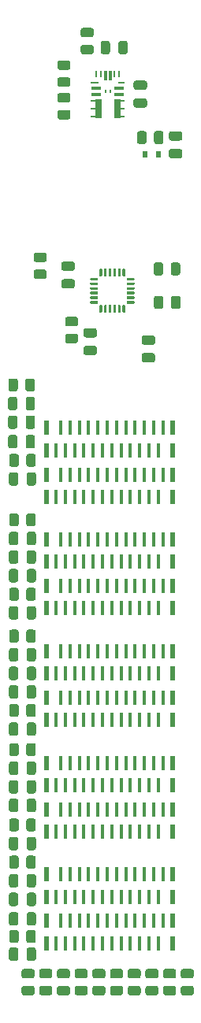
<source format=gbr>
G04 #@! TF.GenerationSoftware,KiCad,Pcbnew,(5.1.9)-1*
G04 #@! TF.CreationDate,2021-02-24T14:06:18-05:00*
G04 #@! TF.ProjectId,feather_multi_oled,66656174-6865-4725-9f6d-756c74695f6f,0.1a*
G04 #@! TF.SameCoordinates,Original*
G04 #@! TF.FileFunction,Paste,Top*
G04 #@! TF.FilePolarity,Positive*
%FSLAX46Y46*%
G04 Gerber Fmt 4.6, Leading zero omitted, Abs format (unit mm)*
G04 Created by KiCad (PCBNEW (5.1.9)-1) date 2021-02-24 14:06:18*
%MOMM*%
%LPD*%
G01*
G04 APERTURE LIST*
%ADD10R,0.609600X1.600200*%
%ADD11R,0.406400X1.600200*%
%ADD12R,0.812800X0.254000*%
%ADD13R,1.092200X0.304800*%
%ADD14R,0.508000X0.254000*%
%ADD15R,0.711200X0.254000*%
%ADD16R,0.254000X0.711200*%
%ADD17R,0.304800X1.092200*%
%ADD18R,0.254000X0.406400*%
%ADD19R,0.700000X2.000000*%
%ADD20R,0.600000X0.700000*%
G04 APERTURE END LIST*
D10*
X115516000Y-108524800D03*
X102003200Y-108524800D03*
X115516000Y-110912400D03*
X102003200Y-110912400D03*
D11*
X102993800Y-110912400D03*
X103501800Y-108524800D03*
X104009800Y-110912400D03*
X104492400Y-108524800D03*
X105000400Y-110912400D03*
X105508400Y-108524800D03*
X105991000Y-110912400D03*
X106499000Y-108524800D03*
X107007000Y-110912400D03*
X107489600Y-108524800D03*
X107997600Y-110912400D03*
X108505600Y-108524800D03*
X108988200Y-110912400D03*
X109496200Y-108524800D03*
X110004200Y-110912400D03*
X110512200Y-108524800D03*
X110994800Y-110912400D03*
X111502800Y-108524800D03*
X112010800Y-110912400D03*
X112493400Y-108524800D03*
X113001400Y-110912400D03*
X113509400Y-108524800D03*
X113992000Y-110912400D03*
X114500000Y-108524800D03*
D10*
X115516000Y-103524800D03*
X102003200Y-103524800D03*
X115516000Y-105912400D03*
X102003200Y-105912400D03*
D11*
X102993800Y-105912400D03*
X103501800Y-103524800D03*
X104009800Y-105912400D03*
X104492400Y-103524800D03*
X105000400Y-105912400D03*
X105508400Y-103524800D03*
X105991000Y-105912400D03*
X106499000Y-103524800D03*
X107007000Y-105912400D03*
X107489600Y-103524800D03*
X107997600Y-105912400D03*
X108505600Y-103524800D03*
X108988200Y-105912400D03*
X109496200Y-103524800D03*
X110004200Y-105912400D03*
X110512200Y-103524800D03*
X110994800Y-105912400D03*
X111502800Y-103524800D03*
X112010800Y-105912400D03*
X112493400Y-103524800D03*
X113001400Y-105912400D03*
X113509400Y-103524800D03*
X113992000Y-105912400D03*
X114500000Y-103524800D03*
D10*
X115516000Y-115524800D03*
X102003200Y-115524800D03*
X115516000Y-117912400D03*
X102003200Y-117912400D03*
D11*
X102993800Y-117912400D03*
X103501800Y-115524800D03*
X104009800Y-117912400D03*
X104492400Y-115524800D03*
X105000400Y-117912400D03*
X105508400Y-115524800D03*
X105991000Y-117912400D03*
X106499000Y-115524800D03*
X107007000Y-117912400D03*
X107489600Y-115524800D03*
X107997600Y-117912400D03*
X108505600Y-115524800D03*
X108988200Y-117912400D03*
X109496200Y-115524800D03*
X110004200Y-117912400D03*
X110512200Y-115524800D03*
X110994800Y-117912400D03*
X111502800Y-115524800D03*
X112010800Y-117912400D03*
X112493400Y-115524800D03*
X113001400Y-117912400D03*
X113509400Y-115524800D03*
X113992000Y-117912400D03*
X114500000Y-115524800D03*
D10*
X115516000Y-127524800D03*
X102003200Y-127524800D03*
X115516000Y-129912400D03*
X102003200Y-129912400D03*
D11*
X102993800Y-129912400D03*
X103501800Y-127524800D03*
X104009800Y-129912400D03*
X104492400Y-127524800D03*
X105000400Y-129912400D03*
X105508400Y-127524800D03*
X105991000Y-129912400D03*
X106499000Y-127524800D03*
X107007000Y-129912400D03*
X107489600Y-127524800D03*
X107997600Y-129912400D03*
X108505600Y-127524800D03*
X108988200Y-129912400D03*
X109496200Y-127524800D03*
X110004200Y-129912400D03*
X110512200Y-127524800D03*
X110994800Y-129912400D03*
X111502800Y-127524800D03*
X112010800Y-129912400D03*
X112493400Y-127524800D03*
X113001400Y-129912400D03*
X113509400Y-127524800D03*
X113992000Y-129912400D03*
X114500000Y-127524800D03*
D10*
X115516000Y-120524800D03*
X102003200Y-120524800D03*
X115516000Y-122912400D03*
X102003200Y-122912400D03*
D11*
X102993800Y-122912400D03*
X103501800Y-120524800D03*
X104009800Y-122912400D03*
X104492400Y-120524800D03*
X105000400Y-122912400D03*
X105508400Y-120524800D03*
X105991000Y-122912400D03*
X106499000Y-120524800D03*
X107007000Y-122912400D03*
X107489600Y-120524800D03*
X107997600Y-122912400D03*
X108505600Y-120524800D03*
X108988200Y-122912400D03*
X109496200Y-120524800D03*
X110004200Y-122912400D03*
X110512200Y-120524800D03*
X110994800Y-122912400D03*
X111502800Y-120524800D03*
X112010800Y-122912400D03*
X112493400Y-120524800D03*
X113001400Y-122912400D03*
X113509400Y-120524800D03*
X113992000Y-122912400D03*
X114500000Y-120524800D03*
D10*
X115516000Y-132524800D03*
X102003200Y-132524800D03*
X115516000Y-134912400D03*
X102003200Y-134912400D03*
D11*
X102993800Y-134912400D03*
X103501800Y-132524800D03*
X104009800Y-134912400D03*
X104492400Y-132524800D03*
X105000400Y-134912400D03*
X105508400Y-132524800D03*
X105991000Y-134912400D03*
X106499000Y-132524800D03*
X107007000Y-134912400D03*
X107489600Y-132524800D03*
X107997600Y-134912400D03*
X108505600Y-132524800D03*
X108988200Y-134912400D03*
X109496200Y-132524800D03*
X110004200Y-134912400D03*
X110512200Y-132524800D03*
X110994800Y-134912400D03*
X111502800Y-132524800D03*
X112010800Y-134912400D03*
X112493400Y-132524800D03*
X113001400Y-134912400D03*
X113509400Y-132524800D03*
X113992000Y-134912400D03*
X114500000Y-132524800D03*
D10*
X115516000Y-139524800D03*
X102003200Y-139524800D03*
X115516000Y-141912400D03*
X102003200Y-141912400D03*
D11*
X102993800Y-141912400D03*
X103501800Y-139524800D03*
X104009800Y-141912400D03*
X104492400Y-139524800D03*
X105000400Y-141912400D03*
X105508400Y-139524800D03*
X105991000Y-141912400D03*
X106499000Y-139524800D03*
X107007000Y-141912400D03*
X107489600Y-139524800D03*
X107997600Y-141912400D03*
X108505600Y-139524800D03*
X108988200Y-141912400D03*
X109496200Y-139524800D03*
X110004200Y-141912400D03*
X110512200Y-139524800D03*
X110994800Y-141912400D03*
X111502800Y-139524800D03*
X112010800Y-141912400D03*
X112493400Y-139524800D03*
X113001400Y-141912400D03*
X113509400Y-139524800D03*
X113992000Y-141912400D03*
X114500000Y-139524800D03*
D10*
X115516000Y-144524800D03*
X102003200Y-144524800D03*
X115516000Y-146912400D03*
X102003200Y-146912400D03*
D11*
X102993800Y-146912400D03*
X103501800Y-144524800D03*
X104009800Y-146912400D03*
X104492400Y-144524800D03*
X105000400Y-146912400D03*
X105508400Y-144524800D03*
X105991000Y-146912400D03*
X106499000Y-144524800D03*
X107007000Y-146912400D03*
X107489600Y-144524800D03*
X107997600Y-146912400D03*
X108505600Y-144524800D03*
X108988200Y-146912400D03*
X109496200Y-144524800D03*
X110004200Y-146912400D03*
X110512200Y-144524800D03*
X110994800Y-146912400D03*
X111502800Y-144524800D03*
X112010800Y-146912400D03*
X112493400Y-144524800D03*
X113001400Y-146912400D03*
X113509400Y-144524800D03*
X113992000Y-146912400D03*
X114500000Y-144524800D03*
D10*
X115516000Y-151524800D03*
X102003200Y-151524800D03*
X115516000Y-153912400D03*
X102003200Y-153912400D03*
D11*
X102993800Y-153912400D03*
X103501800Y-151524800D03*
X104009800Y-153912400D03*
X104492400Y-151524800D03*
X105000400Y-153912400D03*
X105508400Y-151524800D03*
X105991000Y-153912400D03*
X106499000Y-151524800D03*
X107007000Y-153912400D03*
X107489600Y-151524800D03*
X107997600Y-153912400D03*
X108505600Y-151524800D03*
X108988200Y-153912400D03*
X109496200Y-151524800D03*
X110004200Y-153912400D03*
X110512200Y-151524800D03*
X110994800Y-153912400D03*
X111502800Y-151524800D03*
X112010800Y-153912400D03*
X112493400Y-151524800D03*
X113001400Y-153912400D03*
X113509400Y-151524800D03*
X113992000Y-153912400D03*
X114500000Y-151524800D03*
D10*
X115516000Y-156524800D03*
X102003200Y-156524800D03*
X115516000Y-158912400D03*
X102003200Y-158912400D03*
D11*
X102993800Y-158912400D03*
X103501800Y-156524800D03*
X104009800Y-158912400D03*
X104492400Y-156524800D03*
X105000400Y-158912400D03*
X105508400Y-156524800D03*
X105991000Y-158912400D03*
X106499000Y-156524800D03*
X107007000Y-158912400D03*
X107489600Y-156524800D03*
X107997600Y-158912400D03*
X108505600Y-156524800D03*
X108988200Y-158912400D03*
X109496200Y-156524800D03*
X110004200Y-158912400D03*
X110512200Y-156524800D03*
X110994800Y-158912400D03*
X111502800Y-156524800D03*
X112010800Y-158912400D03*
X112493400Y-156524800D03*
X113001400Y-158912400D03*
X113509400Y-156524800D03*
X113992000Y-158912400D03*
X114500000Y-156524800D03*
D12*
X107156000Y-66375000D03*
D13*
X107296000Y-67024999D03*
X107296000Y-67675000D03*
D14*
X107004000Y-68325000D03*
X107004000Y-69175001D03*
X107004000Y-70025000D03*
X110096000Y-70025000D03*
X110096000Y-69175001D03*
X110096000Y-68325000D03*
D13*
X109804000Y-67675000D03*
X109804000Y-67024999D03*
D15*
X109994000Y-66375000D03*
D16*
X109800000Y-65481000D03*
X109300001Y-65481000D03*
D17*
X108800000Y-65671000D03*
X108300000Y-65671000D03*
D16*
X107799999Y-65481000D03*
X107300000Y-65481000D03*
D18*
X108300000Y-67350000D03*
X108800000Y-67350000D03*
D19*
X107534000Y-69195000D03*
X109566000Y-69195000D03*
G36*
G01*
X109700000Y-63100000D02*
X109700000Y-62150000D01*
G75*
G02*
X109950000Y-61900000I250000J0D01*
G01*
X110450000Y-61900000D01*
G75*
G02*
X110700000Y-62150000I0J-250000D01*
G01*
X110700000Y-63100000D01*
G75*
G02*
X110450000Y-63350000I-250000J0D01*
G01*
X109950000Y-63350000D01*
G75*
G02*
X109700000Y-63100000I0J250000D01*
G01*
G37*
G36*
G01*
X107800000Y-63100000D02*
X107800000Y-62150000D01*
G75*
G02*
X108050000Y-61900000I250000J0D01*
G01*
X108550000Y-61900000D01*
G75*
G02*
X108800000Y-62150000I0J-250000D01*
G01*
X108800000Y-63100000D01*
G75*
G02*
X108550000Y-63350000I-250000J0D01*
G01*
X108050000Y-63350000D01*
G75*
G02*
X107800000Y-63100000I0J250000D01*
G01*
G37*
G36*
G01*
X112525000Y-69075000D02*
X111575000Y-69075000D01*
G75*
G02*
X111325000Y-68825000I0J250000D01*
G01*
X111325000Y-68325000D01*
G75*
G02*
X111575000Y-68075000I250000J0D01*
G01*
X112525000Y-68075000D01*
G75*
G02*
X112775000Y-68325000I0J-250000D01*
G01*
X112775000Y-68825000D01*
G75*
G02*
X112525000Y-69075000I-250000J0D01*
G01*
G37*
G36*
G01*
X112525000Y-67175000D02*
X111575000Y-67175000D01*
G75*
G02*
X111325000Y-66925000I0J250000D01*
G01*
X111325000Y-66425000D01*
G75*
G02*
X111575000Y-66175000I250000J0D01*
G01*
X112525000Y-66175000D01*
G75*
G02*
X112775000Y-66425000I0J-250000D01*
G01*
X112775000Y-66925000D01*
G75*
G02*
X112525000Y-67175000I-250000J0D01*
G01*
G37*
G36*
G01*
X115375000Y-71625000D02*
X116325000Y-71625000D01*
G75*
G02*
X116575000Y-71875000I0J-250000D01*
G01*
X116575000Y-72375000D01*
G75*
G02*
X116325000Y-72625000I-250000J0D01*
G01*
X115375000Y-72625000D01*
G75*
G02*
X115125000Y-72375000I0J250000D01*
G01*
X115125000Y-71875000D01*
G75*
G02*
X115375000Y-71625000I250000J0D01*
G01*
G37*
G36*
G01*
X115375000Y-73525000D02*
X116325000Y-73525000D01*
G75*
G02*
X116575000Y-73775000I0J-250000D01*
G01*
X116575000Y-74275000D01*
G75*
G02*
X116325000Y-74525000I-250000J0D01*
G01*
X115375000Y-74525000D01*
G75*
G02*
X115125000Y-74275000I0J250000D01*
G01*
X115125000Y-73775000D01*
G75*
G02*
X115375000Y-73525000I250000J0D01*
G01*
G37*
G36*
G01*
X98850000Y-104525000D02*
X98850000Y-105475000D01*
G75*
G02*
X98600000Y-105725000I-250000J0D01*
G01*
X98100000Y-105725000D01*
G75*
G02*
X97850000Y-105475000I0J250000D01*
G01*
X97850000Y-104525000D01*
G75*
G02*
X98100000Y-104275000I250000J0D01*
G01*
X98600000Y-104275000D01*
G75*
G02*
X98850000Y-104525000I0J-250000D01*
G01*
G37*
G36*
G01*
X100750000Y-104525000D02*
X100750000Y-105475000D01*
G75*
G02*
X100500000Y-105725000I-250000J0D01*
G01*
X100000000Y-105725000D01*
G75*
G02*
X99750000Y-105475000I0J250000D01*
G01*
X99750000Y-104525000D01*
G75*
G02*
X100000000Y-104275000I250000J0D01*
G01*
X100500000Y-104275000D01*
G75*
G02*
X100750000Y-104525000I0J-250000D01*
G01*
G37*
G36*
G01*
X100750000Y-102425000D02*
X100750000Y-103375000D01*
G75*
G02*
X100500000Y-103625000I-250000J0D01*
G01*
X100000000Y-103625000D01*
G75*
G02*
X99750000Y-103375000I0J250000D01*
G01*
X99750000Y-102425000D01*
G75*
G02*
X100000000Y-102175000I250000J0D01*
G01*
X100500000Y-102175000D01*
G75*
G02*
X100750000Y-102425000I0J-250000D01*
G01*
G37*
G36*
G01*
X98850000Y-102425000D02*
X98850000Y-103375000D01*
G75*
G02*
X98600000Y-103625000I-250000J0D01*
G01*
X98100000Y-103625000D01*
G75*
G02*
X97850000Y-103375000I0J250000D01*
G01*
X97850000Y-102425000D01*
G75*
G02*
X98100000Y-102175000I250000J0D01*
G01*
X98600000Y-102175000D01*
G75*
G02*
X98850000Y-102425000I0J-250000D01*
G01*
G37*
G36*
G01*
X98850000Y-100425000D02*
X98850000Y-101375000D01*
G75*
G02*
X98600000Y-101625000I-250000J0D01*
G01*
X98100000Y-101625000D01*
G75*
G02*
X97850000Y-101375000I0J250000D01*
G01*
X97850000Y-100425000D01*
G75*
G02*
X98100000Y-100175000I250000J0D01*
G01*
X98600000Y-100175000D01*
G75*
G02*
X98850000Y-100425000I0J-250000D01*
G01*
G37*
G36*
G01*
X100750000Y-100425000D02*
X100750000Y-101375000D01*
G75*
G02*
X100500000Y-101625000I-250000J0D01*
G01*
X100000000Y-101625000D01*
G75*
G02*
X99750000Y-101375000I0J250000D01*
G01*
X99750000Y-100425000D01*
G75*
G02*
X100000000Y-100175000I250000J0D01*
G01*
X100500000Y-100175000D01*
G75*
G02*
X100750000Y-100425000I0J-250000D01*
G01*
G37*
G36*
G01*
X100850000Y-108525000D02*
X100850000Y-109475000D01*
G75*
G02*
X100600000Y-109725000I-250000J0D01*
G01*
X100100000Y-109725000D01*
G75*
G02*
X99850000Y-109475000I0J250000D01*
G01*
X99850000Y-108525000D01*
G75*
G02*
X100100000Y-108275000I250000J0D01*
G01*
X100600000Y-108275000D01*
G75*
G02*
X100850000Y-108525000I0J-250000D01*
G01*
G37*
G36*
G01*
X98950000Y-108525000D02*
X98950000Y-109475000D01*
G75*
G02*
X98700000Y-109725000I-250000J0D01*
G01*
X98200000Y-109725000D01*
G75*
G02*
X97950000Y-109475000I0J250000D01*
G01*
X97950000Y-108525000D01*
G75*
G02*
X98200000Y-108275000I250000J0D01*
G01*
X98700000Y-108275000D01*
G75*
G02*
X98950000Y-108525000I0J-250000D01*
G01*
G37*
G36*
G01*
X98950000Y-114925000D02*
X98950000Y-115875000D01*
G75*
G02*
X98700000Y-116125000I-250000J0D01*
G01*
X98200000Y-116125000D01*
G75*
G02*
X97950000Y-115875000I0J250000D01*
G01*
X97950000Y-114925000D01*
G75*
G02*
X98200000Y-114675000I250000J0D01*
G01*
X98700000Y-114675000D01*
G75*
G02*
X98950000Y-114925000I0J-250000D01*
G01*
G37*
G36*
G01*
X100850000Y-114925000D02*
X100850000Y-115875000D01*
G75*
G02*
X100600000Y-116125000I-250000J0D01*
G01*
X100100000Y-116125000D01*
G75*
G02*
X99850000Y-115875000I0J250000D01*
G01*
X99850000Y-114925000D01*
G75*
G02*
X100100000Y-114675000I250000J0D01*
G01*
X100600000Y-114675000D01*
G75*
G02*
X100850000Y-114925000I0J-250000D01*
G01*
G37*
G36*
G01*
X100850000Y-116925000D02*
X100850000Y-117875000D01*
G75*
G02*
X100600000Y-118125000I-250000J0D01*
G01*
X100100000Y-118125000D01*
G75*
G02*
X99850000Y-117875000I0J250000D01*
G01*
X99850000Y-116925000D01*
G75*
G02*
X100100000Y-116675000I250000J0D01*
G01*
X100600000Y-116675000D01*
G75*
G02*
X100850000Y-116925000I0J-250000D01*
G01*
G37*
G36*
G01*
X98950000Y-116925000D02*
X98950000Y-117875000D01*
G75*
G02*
X98700000Y-118125000I-250000J0D01*
G01*
X98200000Y-118125000D01*
G75*
G02*
X97950000Y-117875000I0J250000D01*
G01*
X97950000Y-116925000D01*
G75*
G02*
X98200000Y-116675000I250000J0D01*
G01*
X98700000Y-116675000D01*
G75*
G02*
X98950000Y-116925000I0J-250000D01*
G01*
G37*
G36*
G01*
X98950000Y-118925000D02*
X98950000Y-119875000D01*
G75*
G02*
X98700000Y-120125000I-250000J0D01*
G01*
X98200000Y-120125000D01*
G75*
G02*
X97950000Y-119875000I0J250000D01*
G01*
X97950000Y-118925000D01*
G75*
G02*
X98200000Y-118675000I250000J0D01*
G01*
X98700000Y-118675000D01*
G75*
G02*
X98950000Y-118925000I0J-250000D01*
G01*
G37*
G36*
G01*
X100850000Y-118925000D02*
X100850000Y-119875000D01*
G75*
G02*
X100600000Y-120125000I-250000J0D01*
G01*
X100100000Y-120125000D01*
G75*
G02*
X99850000Y-119875000I0J250000D01*
G01*
X99850000Y-118925000D01*
G75*
G02*
X100100000Y-118675000I250000J0D01*
G01*
X100600000Y-118675000D01*
G75*
G02*
X100850000Y-118925000I0J-250000D01*
G01*
G37*
G36*
G01*
X98950000Y-127425000D02*
X98950000Y-128375000D01*
G75*
G02*
X98700000Y-128625000I-250000J0D01*
G01*
X98200000Y-128625000D01*
G75*
G02*
X97950000Y-128375000I0J250000D01*
G01*
X97950000Y-127425000D01*
G75*
G02*
X98200000Y-127175000I250000J0D01*
G01*
X98700000Y-127175000D01*
G75*
G02*
X98950000Y-127425000I0J-250000D01*
G01*
G37*
G36*
G01*
X100850000Y-127425000D02*
X100850000Y-128375000D01*
G75*
G02*
X100600000Y-128625000I-250000J0D01*
G01*
X100100000Y-128625000D01*
G75*
G02*
X99850000Y-128375000I0J250000D01*
G01*
X99850000Y-127425000D01*
G75*
G02*
X100100000Y-127175000I250000J0D01*
G01*
X100600000Y-127175000D01*
G75*
G02*
X100850000Y-127425000I0J-250000D01*
G01*
G37*
G36*
G01*
X100850000Y-129425000D02*
X100850000Y-130375000D01*
G75*
G02*
X100600000Y-130625000I-250000J0D01*
G01*
X100100000Y-130625000D01*
G75*
G02*
X99850000Y-130375000I0J250000D01*
G01*
X99850000Y-129425000D01*
G75*
G02*
X100100000Y-129175000I250000J0D01*
G01*
X100600000Y-129175000D01*
G75*
G02*
X100850000Y-129425000I0J-250000D01*
G01*
G37*
G36*
G01*
X98950000Y-129425000D02*
X98950000Y-130375000D01*
G75*
G02*
X98700000Y-130625000I-250000J0D01*
G01*
X98200000Y-130625000D01*
G75*
G02*
X97950000Y-130375000I0J250000D01*
G01*
X97950000Y-129425000D01*
G75*
G02*
X98200000Y-129175000I250000J0D01*
G01*
X98700000Y-129175000D01*
G75*
G02*
X98950000Y-129425000I0J-250000D01*
G01*
G37*
G36*
G01*
X98950000Y-131425000D02*
X98950000Y-132375000D01*
G75*
G02*
X98700000Y-132625000I-250000J0D01*
G01*
X98200000Y-132625000D01*
G75*
G02*
X97950000Y-132375000I0J250000D01*
G01*
X97950000Y-131425000D01*
G75*
G02*
X98200000Y-131175000I250000J0D01*
G01*
X98700000Y-131175000D01*
G75*
G02*
X98950000Y-131425000I0J-250000D01*
G01*
G37*
G36*
G01*
X100850000Y-131425000D02*
X100850000Y-132375000D01*
G75*
G02*
X100600000Y-132625000I-250000J0D01*
G01*
X100100000Y-132625000D01*
G75*
G02*
X99850000Y-132375000I0J250000D01*
G01*
X99850000Y-131425000D01*
G75*
G02*
X100100000Y-131175000I250000J0D01*
G01*
X100600000Y-131175000D01*
G75*
G02*
X100850000Y-131425000I0J-250000D01*
G01*
G37*
G36*
G01*
X100850000Y-122925000D02*
X100850000Y-123875000D01*
G75*
G02*
X100600000Y-124125000I-250000J0D01*
G01*
X100100000Y-124125000D01*
G75*
G02*
X99850000Y-123875000I0J250000D01*
G01*
X99850000Y-122925000D01*
G75*
G02*
X100100000Y-122675000I250000J0D01*
G01*
X100600000Y-122675000D01*
G75*
G02*
X100850000Y-122925000I0J-250000D01*
G01*
G37*
G36*
G01*
X98950000Y-122925000D02*
X98950000Y-123875000D01*
G75*
G02*
X98700000Y-124125000I-250000J0D01*
G01*
X98200000Y-124125000D01*
G75*
G02*
X97950000Y-123875000I0J250000D01*
G01*
X97950000Y-122925000D01*
G75*
G02*
X98200000Y-122675000I250000J0D01*
G01*
X98700000Y-122675000D01*
G75*
G02*
X98950000Y-122925000I0J-250000D01*
G01*
G37*
G36*
G01*
X100850000Y-135425000D02*
X100850000Y-136375000D01*
G75*
G02*
X100600000Y-136625000I-250000J0D01*
G01*
X100100000Y-136625000D01*
G75*
G02*
X99850000Y-136375000I0J250000D01*
G01*
X99850000Y-135425000D01*
G75*
G02*
X100100000Y-135175000I250000J0D01*
G01*
X100600000Y-135175000D01*
G75*
G02*
X100850000Y-135425000I0J-250000D01*
G01*
G37*
G36*
G01*
X98950000Y-135425000D02*
X98950000Y-136375000D01*
G75*
G02*
X98700000Y-136625000I-250000J0D01*
G01*
X98200000Y-136625000D01*
G75*
G02*
X97950000Y-136375000I0J250000D01*
G01*
X97950000Y-135425000D01*
G75*
G02*
X98200000Y-135175000I250000J0D01*
G01*
X98700000Y-135175000D01*
G75*
G02*
X98950000Y-135425000I0J-250000D01*
G01*
G37*
G36*
G01*
X98950000Y-139625000D02*
X98950000Y-140575000D01*
G75*
G02*
X98700000Y-140825000I-250000J0D01*
G01*
X98200000Y-140825000D01*
G75*
G02*
X97950000Y-140575000I0J250000D01*
G01*
X97950000Y-139625000D01*
G75*
G02*
X98200000Y-139375000I250000J0D01*
G01*
X98700000Y-139375000D01*
G75*
G02*
X98950000Y-139625000I0J-250000D01*
G01*
G37*
G36*
G01*
X100850000Y-139625000D02*
X100850000Y-140575000D01*
G75*
G02*
X100600000Y-140825000I-250000J0D01*
G01*
X100100000Y-140825000D01*
G75*
G02*
X99850000Y-140575000I0J250000D01*
G01*
X99850000Y-139625000D01*
G75*
G02*
X100100000Y-139375000I250000J0D01*
G01*
X100600000Y-139375000D01*
G75*
G02*
X100850000Y-139625000I0J-250000D01*
G01*
G37*
G36*
G01*
X100850000Y-141625000D02*
X100850000Y-142575000D01*
G75*
G02*
X100600000Y-142825000I-250000J0D01*
G01*
X100100000Y-142825000D01*
G75*
G02*
X99850000Y-142575000I0J250000D01*
G01*
X99850000Y-141625000D01*
G75*
G02*
X100100000Y-141375000I250000J0D01*
G01*
X100600000Y-141375000D01*
G75*
G02*
X100850000Y-141625000I0J-250000D01*
G01*
G37*
G36*
G01*
X98950000Y-141625000D02*
X98950000Y-142575000D01*
G75*
G02*
X98700000Y-142825000I-250000J0D01*
G01*
X98200000Y-142825000D01*
G75*
G02*
X97950000Y-142575000I0J250000D01*
G01*
X97950000Y-141625000D01*
G75*
G02*
X98200000Y-141375000I250000J0D01*
G01*
X98700000Y-141375000D01*
G75*
G02*
X98950000Y-141625000I0J-250000D01*
G01*
G37*
G36*
G01*
X98950000Y-143625000D02*
X98950000Y-144575000D01*
G75*
G02*
X98700000Y-144825000I-250000J0D01*
G01*
X98200000Y-144825000D01*
G75*
G02*
X97950000Y-144575000I0J250000D01*
G01*
X97950000Y-143625000D01*
G75*
G02*
X98200000Y-143375000I250000J0D01*
G01*
X98700000Y-143375000D01*
G75*
G02*
X98950000Y-143625000I0J-250000D01*
G01*
G37*
G36*
G01*
X100850000Y-143625000D02*
X100850000Y-144575000D01*
G75*
G02*
X100600000Y-144825000I-250000J0D01*
G01*
X100100000Y-144825000D01*
G75*
G02*
X99850000Y-144575000I0J250000D01*
G01*
X99850000Y-143625000D01*
G75*
G02*
X100100000Y-143375000I250000J0D01*
G01*
X100600000Y-143375000D01*
G75*
G02*
X100850000Y-143625000I0J-250000D01*
G01*
G37*
G36*
G01*
X100850000Y-147725000D02*
X100850000Y-148675000D01*
G75*
G02*
X100600000Y-148925000I-250000J0D01*
G01*
X100100000Y-148925000D01*
G75*
G02*
X99850000Y-148675000I0J250000D01*
G01*
X99850000Y-147725000D01*
G75*
G02*
X100100000Y-147475000I250000J0D01*
G01*
X100600000Y-147475000D01*
G75*
G02*
X100850000Y-147725000I0J-250000D01*
G01*
G37*
G36*
G01*
X98950000Y-147725000D02*
X98950000Y-148675000D01*
G75*
G02*
X98700000Y-148925000I-250000J0D01*
G01*
X98200000Y-148925000D01*
G75*
G02*
X97950000Y-148675000I0J250000D01*
G01*
X97950000Y-147725000D01*
G75*
G02*
X98200000Y-147475000I250000J0D01*
G01*
X98700000Y-147475000D01*
G75*
G02*
X98950000Y-147725000I0J-250000D01*
G01*
G37*
G36*
G01*
X100850000Y-151725000D02*
X100850000Y-152675000D01*
G75*
G02*
X100600000Y-152925000I-250000J0D01*
G01*
X100100000Y-152925000D01*
G75*
G02*
X99850000Y-152675000I0J250000D01*
G01*
X99850000Y-151725000D01*
G75*
G02*
X100100000Y-151475000I250000J0D01*
G01*
X100600000Y-151475000D01*
G75*
G02*
X100850000Y-151725000I0J-250000D01*
G01*
G37*
G36*
G01*
X98950000Y-151725000D02*
X98950000Y-152675000D01*
G75*
G02*
X98700000Y-152925000I-250000J0D01*
G01*
X98200000Y-152925000D01*
G75*
G02*
X97950000Y-152675000I0J250000D01*
G01*
X97950000Y-151725000D01*
G75*
G02*
X98200000Y-151475000I250000J0D01*
G01*
X98700000Y-151475000D01*
G75*
G02*
X98950000Y-151725000I0J-250000D01*
G01*
G37*
G36*
G01*
X98950000Y-153725000D02*
X98950000Y-154675000D01*
G75*
G02*
X98700000Y-154925000I-250000J0D01*
G01*
X98200000Y-154925000D01*
G75*
G02*
X97950000Y-154675000I0J250000D01*
G01*
X97950000Y-153725000D01*
G75*
G02*
X98200000Y-153475000I250000J0D01*
G01*
X98700000Y-153475000D01*
G75*
G02*
X98950000Y-153725000I0J-250000D01*
G01*
G37*
G36*
G01*
X100850000Y-153725000D02*
X100850000Y-154675000D01*
G75*
G02*
X100600000Y-154925000I-250000J0D01*
G01*
X100100000Y-154925000D01*
G75*
G02*
X99850000Y-154675000I0J250000D01*
G01*
X99850000Y-153725000D01*
G75*
G02*
X100100000Y-153475000I250000J0D01*
G01*
X100600000Y-153475000D01*
G75*
G02*
X100850000Y-153725000I0J-250000D01*
G01*
G37*
G36*
G01*
X100850000Y-155825000D02*
X100850000Y-156775000D01*
G75*
G02*
X100600000Y-157025000I-250000J0D01*
G01*
X100100000Y-157025000D01*
G75*
G02*
X99850000Y-156775000I0J250000D01*
G01*
X99850000Y-155825000D01*
G75*
G02*
X100100000Y-155575000I250000J0D01*
G01*
X100600000Y-155575000D01*
G75*
G02*
X100850000Y-155825000I0J-250000D01*
G01*
G37*
G36*
G01*
X98950000Y-155825000D02*
X98950000Y-156775000D01*
G75*
G02*
X98700000Y-157025000I-250000J0D01*
G01*
X98200000Y-157025000D01*
G75*
G02*
X97950000Y-156775000I0J250000D01*
G01*
X97950000Y-155825000D01*
G75*
G02*
X98200000Y-155575000I250000J0D01*
G01*
X98700000Y-155575000D01*
G75*
G02*
X98950000Y-155825000I0J-250000D01*
G01*
G37*
G36*
G01*
X100850000Y-159625000D02*
X100850000Y-160575000D01*
G75*
G02*
X100600000Y-160825000I-250000J0D01*
G01*
X100100000Y-160825000D01*
G75*
G02*
X99850000Y-160575000I0J250000D01*
G01*
X99850000Y-159625000D01*
G75*
G02*
X100100000Y-159375000I250000J0D01*
G01*
X100600000Y-159375000D01*
G75*
G02*
X100850000Y-159625000I0J-250000D01*
G01*
G37*
G36*
G01*
X98950000Y-159625000D02*
X98950000Y-160575000D01*
G75*
G02*
X98700000Y-160825000I-250000J0D01*
G01*
X98200000Y-160825000D01*
G75*
G02*
X97950000Y-160575000I0J250000D01*
G01*
X97950000Y-159625000D01*
G75*
G02*
X98200000Y-159375000I250000J0D01*
G01*
X98700000Y-159375000D01*
G75*
G02*
X98950000Y-159625000I0J-250000D01*
G01*
G37*
D20*
X112600000Y-74100000D03*
X114000000Y-74100000D03*
G36*
G01*
X112725000Y-71849998D02*
X112725000Y-72750002D01*
G75*
G02*
X112475002Y-73000000I-249998J0D01*
G01*
X111949998Y-73000000D01*
G75*
G02*
X111700000Y-72750002I0J249998D01*
G01*
X111700000Y-71849998D01*
G75*
G02*
X111949998Y-71600000I249998J0D01*
G01*
X112475002Y-71600000D01*
G75*
G02*
X112725000Y-71849998I0J-249998D01*
G01*
G37*
G36*
G01*
X114550000Y-71849998D02*
X114550000Y-72750002D01*
G75*
G02*
X114300002Y-73000000I-249998J0D01*
G01*
X113774998Y-73000000D01*
G75*
G02*
X113525000Y-72750002I0J249998D01*
G01*
X113525000Y-71849998D01*
G75*
G02*
X113774998Y-71600000I249998J0D01*
G01*
X114300002Y-71600000D01*
G75*
G02*
X114550000Y-71849998I0J-249998D01*
G01*
G37*
G36*
G01*
X116649998Y-161675000D02*
X117550002Y-161675000D01*
G75*
G02*
X117800000Y-161924998I0J-249998D01*
G01*
X117800000Y-162450002D01*
G75*
G02*
X117550002Y-162700000I-249998J0D01*
G01*
X116649998Y-162700000D01*
G75*
G02*
X116400000Y-162450002I0J249998D01*
G01*
X116400000Y-161924998D01*
G75*
G02*
X116649998Y-161675000I249998J0D01*
G01*
G37*
G36*
G01*
X116649998Y-163500000D02*
X117550002Y-163500000D01*
G75*
G02*
X117800000Y-163749998I0J-249998D01*
G01*
X117800000Y-164275002D01*
G75*
G02*
X117550002Y-164525000I-249998J0D01*
G01*
X116649998Y-164525000D01*
G75*
G02*
X116400000Y-164275002I0J249998D01*
G01*
X116400000Y-163749998D01*
G75*
G02*
X116649998Y-163500000I249998J0D01*
G01*
G37*
G36*
G01*
X114749998Y-163500000D02*
X115650002Y-163500000D01*
G75*
G02*
X115900000Y-163749998I0J-249998D01*
G01*
X115900000Y-164275002D01*
G75*
G02*
X115650002Y-164525000I-249998J0D01*
G01*
X114749998Y-164525000D01*
G75*
G02*
X114500000Y-164275002I0J249998D01*
G01*
X114500000Y-163749998D01*
G75*
G02*
X114749998Y-163500000I249998J0D01*
G01*
G37*
G36*
G01*
X114749998Y-161675000D02*
X115650002Y-161675000D01*
G75*
G02*
X115900000Y-161924998I0J-249998D01*
G01*
X115900000Y-162450002D01*
G75*
G02*
X115650002Y-162700000I-249998J0D01*
G01*
X114749998Y-162700000D01*
G75*
G02*
X114500000Y-162450002I0J249998D01*
G01*
X114500000Y-161924998D01*
G75*
G02*
X114749998Y-161675000I249998J0D01*
G01*
G37*
G36*
G01*
X112849998Y-161675000D02*
X113750002Y-161675000D01*
G75*
G02*
X114000000Y-161924998I0J-249998D01*
G01*
X114000000Y-162450002D01*
G75*
G02*
X113750002Y-162700000I-249998J0D01*
G01*
X112849998Y-162700000D01*
G75*
G02*
X112600000Y-162450002I0J249998D01*
G01*
X112600000Y-161924998D01*
G75*
G02*
X112849998Y-161675000I249998J0D01*
G01*
G37*
G36*
G01*
X112849998Y-163500000D02*
X113750002Y-163500000D01*
G75*
G02*
X114000000Y-163749998I0J-249998D01*
G01*
X114000000Y-164275002D01*
G75*
G02*
X113750002Y-164525000I-249998J0D01*
G01*
X112849998Y-164525000D01*
G75*
G02*
X112600000Y-164275002I0J249998D01*
G01*
X112600000Y-163749998D01*
G75*
G02*
X112849998Y-163500000I249998J0D01*
G01*
G37*
G36*
G01*
X110949998Y-161675000D02*
X111850002Y-161675000D01*
G75*
G02*
X112100000Y-161924998I0J-249998D01*
G01*
X112100000Y-162450002D01*
G75*
G02*
X111850002Y-162700000I-249998J0D01*
G01*
X110949998Y-162700000D01*
G75*
G02*
X110700000Y-162450002I0J249998D01*
G01*
X110700000Y-161924998D01*
G75*
G02*
X110949998Y-161675000I249998J0D01*
G01*
G37*
G36*
G01*
X110949998Y-163500000D02*
X111850002Y-163500000D01*
G75*
G02*
X112100000Y-163749998I0J-249998D01*
G01*
X112100000Y-164275002D01*
G75*
G02*
X111850002Y-164525000I-249998J0D01*
G01*
X110949998Y-164525000D01*
G75*
G02*
X110700000Y-164275002I0J249998D01*
G01*
X110700000Y-163749998D01*
G75*
G02*
X110949998Y-163500000I249998J0D01*
G01*
G37*
G36*
G01*
X109049998Y-163500000D02*
X109950002Y-163500000D01*
G75*
G02*
X110200000Y-163749998I0J-249998D01*
G01*
X110200000Y-164275002D01*
G75*
G02*
X109950002Y-164525000I-249998J0D01*
G01*
X109049998Y-164525000D01*
G75*
G02*
X108800000Y-164275002I0J249998D01*
G01*
X108800000Y-163749998D01*
G75*
G02*
X109049998Y-163500000I249998J0D01*
G01*
G37*
G36*
G01*
X109049998Y-161675000D02*
X109950002Y-161675000D01*
G75*
G02*
X110200000Y-161924998I0J-249998D01*
G01*
X110200000Y-162450002D01*
G75*
G02*
X109950002Y-162700000I-249998J0D01*
G01*
X109049998Y-162700000D01*
G75*
G02*
X108800000Y-162450002I0J249998D01*
G01*
X108800000Y-161924998D01*
G75*
G02*
X109049998Y-161675000I249998J0D01*
G01*
G37*
G36*
G01*
X107149998Y-161675000D02*
X108050002Y-161675000D01*
G75*
G02*
X108300000Y-161924998I0J-249998D01*
G01*
X108300000Y-162450002D01*
G75*
G02*
X108050002Y-162700000I-249998J0D01*
G01*
X107149998Y-162700000D01*
G75*
G02*
X106900000Y-162450002I0J249998D01*
G01*
X106900000Y-161924998D01*
G75*
G02*
X107149998Y-161675000I249998J0D01*
G01*
G37*
G36*
G01*
X107149998Y-163500000D02*
X108050002Y-163500000D01*
G75*
G02*
X108300000Y-163749998I0J-249998D01*
G01*
X108300000Y-164275002D01*
G75*
G02*
X108050002Y-164525000I-249998J0D01*
G01*
X107149998Y-164525000D01*
G75*
G02*
X106900000Y-164275002I0J249998D01*
G01*
X106900000Y-163749998D01*
G75*
G02*
X107149998Y-163500000I249998J0D01*
G01*
G37*
G36*
G01*
X105249998Y-163500000D02*
X106150002Y-163500000D01*
G75*
G02*
X106400000Y-163749998I0J-249998D01*
G01*
X106400000Y-164275002D01*
G75*
G02*
X106150002Y-164525000I-249998J0D01*
G01*
X105249998Y-164525000D01*
G75*
G02*
X105000000Y-164275002I0J249998D01*
G01*
X105000000Y-163749998D01*
G75*
G02*
X105249998Y-163500000I249998J0D01*
G01*
G37*
G36*
G01*
X105249998Y-161675000D02*
X106150002Y-161675000D01*
G75*
G02*
X106400000Y-161924998I0J-249998D01*
G01*
X106400000Y-162450002D01*
G75*
G02*
X106150002Y-162700000I-249998J0D01*
G01*
X105249998Y-162700000D01*
G75*
G02*
X105000000Y-162450002I0J249998D01*
G01*
X105000000Y-161924998D01*
G75*
G02*
X105249998Y-161675000I249998J0D01*
G01*
G37*
G36*
G01*
X103349998Y-163500000D02*
X104250002Y-163500000D01*
G75*
G02*
X104500000Y-163749998I0J-249998D01*
G01*
X104500000Y-164275002D01*
G75*
G02*
X104250002Y-164525000I-249998J0D01*
G01*
X103349998Y-164525000D01*
G75*
G02*
X103100000Y-164275002I0J249998D01*
G01*
X103100000Y-163749998D01*
G75*
G02*
X103349998Y-163500000I249998J0D01*
G01*
G37*
G36*
G01*
X103349998Y-161675000D02*
X104250002Y-161675000D01*
G75*
G02*
X104500000Y-161924998I0J-249998D01*
G01*
X104500000Y-162450002D01*
G75*
G02*
X104250002Y-162700000I-249998J0D01*
G01*
X103349998Y-162700000D01*
G75*
G02*
X103100000Y-162450002I0J249998D01*
G01*
X103100000Y-161924998D01*
G75*
G02*
X103349998Y-161675000I249998J0D01*
G01*
G37*
G36*
G01*
X101449998Y-163500000D02*
X102350002Y-163500000D01*
G75*
G02*
X102600000Y-163749998I0J-249998D01*
G01*
X102600000Y-164275002D01*
G75*
G02*
X102350002Y-164525000I-249998J0D01*
G01*
X101449998Y-164525000D01*
G75*
G02*
X101200000Y-164275002I0J249998D01*
G01*
X101200000Y-163749998D01*
G75*
G02*
X101449998Y-163500000I249998J0D01*
G01*
G37*
G36*
G01*
X101449998Y-161675000D02*
X102350002Y-161675000D01*
G75*
G02*
X102600000Y-161924998I0J-249998D01*
G01*
X102600000Y-162450002D01*
G75*
G02*
X102350002Y-162700000I-249998J0D01*
G01*
X101449998Y-162700000D01*
G75*
G02*
X101200000Y-162450002I0J249998D01*
G01*
X101200000Y-161924998D01*
G75*
G02*
X101449998Y-161675000I249998J0D01*
G01*
G37*
G36*
G01*
X99549998Y-161675000D02*
X100450002Y-161675000D01*
G75*
G02*
X100700000Y-161924998I0J-249998D01*
G01*
X100700000Y-162450002D01*
G75*
G02*
X100450002Y-162700000I-249998J0D01*
G01*
X99549998Y-162700000D01*
G75*
G02*
X99300000Y-162450002I0J249998D01*
G01*
X99300000Y-161924998D01*
G75*
G02*
X99549998Y-161675000I249998J0D01*
G01*
G37*
G36*
G01*
X99549998Y-163500000D02*
X100450002Y-163500000D01*
G75*
G02*
X100700000Y-163749998I0J-249998D01*
G01*
X100700000Y-164275002D01*
G75*
G02*
X100450002Y-164525000I-249998J0D01*
G01*
X99549998Y-164525000D01*
G75*
G02*
X99300000Y-164275002I0J249998D01*
G01*
X99300000Y-163749998D01*
G75*
G02*
X99549998Y-163500000I249998J0D01*
G01*
G37*
G36*
G01*
X98900000Y-98449998D02*
X98900000Y-99350002D01*
G75*
G02*
X98650002Y-99600000I-249998J0D01*
G01*
X98124998Y-99600000D01*
G75*
G02*
X97875000Y-99350002I0J249998D01*
G01*
X97875000Y-98449998D01*
G75*
G02*
X98124998Y-98200000I249998J0D01*
G01*
X98650002Y-98200000D01*
G75*
G02*
X98900000Y-98449998I0J-249998D01*
G01*
G37*
G36*
G01*
X100725000Y-98449998D02*
X100725000Y-99350002D01*
G75*
G02*
X100475002Y-99600000I-249998J0D01*
G01*
X99949998Y-99600000D01*
G75*
G02*
X99700000Y-99350002I0J249998D01*
G01*
X99700000Y-98449998D01*
G75*
G02*
X99949998Y-98200000I249998J0D01*
G01*
X100475002Y-98200000D01*
G75*
G02*
X100725000Y-98449998I0J-249998D01*
G01*
G37*
G36*
G01*
X100825000Y-106549998D02*
X100825000Y-107450002D01*
G75*
G02*
X100575002Y-107700000I-249998J0D01*
G01*
X100049998Y-107700000D01*
G75*
G02*
X99800000Y-107450002I0J249998D01*
G01*
X99800000Y-106549998D01*
G75*
G02*
X100049998Y-106300000I249998J0D01*
G01*
X100575002Y-106300000D01*
G75*
G02*
X100825000Y-106549998I0J-249998D01*
G01*
G37*
G36*
G01*
X99000000Y-106549998D02*
X99000000Y-107450002D01*
G75*
G02*
X98750002Y-107700000I-249998J0D01*
G01*
X98224998Y-107700000D01*
G75*
G02*
X97975000Y-107450002I0J249998D01*
G01*
X97975000Y-106549998D01*
G75*
G02*
X98224998Y-106300000I249998J0D01*
G01*
X98750002Y-106300000D01*
G75*
G02*
X99000000Y-106549998I0J-249998D01*
G01*
G37*
G36*
G01*
X100825000Y-112949998D02*
X100825000Y-113850002D01*
G75*
G02*
X100575002Y-114100000I-249998J0D01*
G01*
X100049998Y-114100000D01*
G75*
G02*
X99800000Y-113850002I0J249998D01*
G01*
X99800000Y-112949998D01*
G75*
G02*
X100049998Y-112700000I249998J0D01*
G01*
X100575002Y-112700000D01*
G75*
G02*
X100825000Y-112949998I0J-249998D01*
G01*
G37*
G36*
G01*
X99000000Y-112949998D02*
X99000000Y-113850002D01*
G75*
G02*
X98750002Y-114100000I-249998J0D01*
G01*
X98224998Y-114100000D01*
G75*
G02*
X97975000Y-113850002I0J249998D01*
G01*
X97975000Y-112949998D01*
G75*
G02*
X98224998Y-112700000I249998J0D01*
G01*
X98750002Y-112700000D01*
G75*
G02*
X99000000Y-112949998I0J-249998D01*
G01*
G37*
G36*
G01*
X100825000Y-125449998D02*
X100825000Y-126350002D01*
G75*
G02*
X100575002Y-126600000I-249998J0D01*
G01*
X100049998Y-126600000D01*
G75*
G02*
X99800000Y-126350002I0J249998D01*
G01*
X99800000Y-125449998D01*
G75*
G02*
X100049998Y-125200000I249998J0D01*
G01*
X100575002Y-125200000D01*
G75*
G02*
X100825000Y-125449998I0J-249998D01*
G01*
G37*
G36*
G01*
X99000000Y-125449998D02*
X99000000Y-126350002D01*
G75*
G02*
X98750002Y-126600000I-249998J0D01*
G01*
X98224998Y-126600000D01*
G75*
G02*
X97975000Y-126350002I0J249998D01*
G01*
X97975000Y-125449998D01*
G75*
G02*
X98224998Y-125200000I249998J0D01*
G01*
X98750002Y-125200000D01*
G75*
G02*
X99000000Y-125449998I0J-249998D01*
G01*
G37*
G36*
G01*
X99000000Y-120949998D02*
X99000000Y-121850002D01*
G75*
G02*
X98750002Y-122100000I-249998J0D01*
G01*
X98224998Y-122100000D01*
G75*
G02*
X97975000Y-121850002I0J249998D01*
G01*
X97975000Y-120949998D01*
G75*
G02*
X98224998Y-120700000I249998J0D01*
G01*
X98750002Y-120700000D01*
G75*
G02*
X99000000Y-120949998I0J-249998D01*
G01*
G37*
G36*
G01*
X100825000Y-120949998D02*
X100825000Y-121850002D01*
G75*
G02*
X100575002Y-122100000I-249998J0D01*
G01*
X100049998Y-122100000D01*
G75*
G02*
X99800000Y-121850002I0J249998D01*
G01*
X99800000Y-120949998D01*
G75*
G02*
X100049998Y-120700000I249998J0D01*
G01*
X100575002Y-120700000D01*
G75*
G02*
X100825000Y-120949998I0J-249998D01*
G01*
G37*
G36*
G01*
X105899998Y-62325000D02*
X106800002Y-62325000D01*
G75*
G02*
X107050000Y-62574998I0J-249998D01*
G01*
X107050000Y-63100002D01*
G75*
G02*
X106800002Y-63350000I-249998J0D01*
G01*
X105899998Y-63350000D01*
G75*
G02*
X105650000Y-63100002I0J249998D01*
G01*
X105650000Y-62574998D01*
G75*
G02*
X105899998Y-62325000I249998J0D01*
G01*
G37*
G36*
G01*
X105899998Y-60500000D02*
X106800002Y-60500000D01*
G75*
G02*
X107050000Y-60749998I0J-249998D01*
G01*
X107050000Y-61275002D01*
G75*
G02*
X106800002Y-61525000I-249998J0D01*
G01*
X105899998Y-61525000D01*
G75*
G02*
X105650000Y-61275002I0J249998D01*
G01*
X105650000Y-60749998D01*
G75*
G02*
X105899998Y-60500000I249998J0D01*
G01*
G37*
G36*
G01*
X103399998Y-65825000D02*
X104300002Y-65825000D01*
G75*
G02*
X104550000Y-66074998I0J-249998D01*
G01*
X104550000Y-66600002D01*
G75*
G02*
X104300002Y-66850000I-249998J0D01*
G01*
X103399998Y-66850000D01*
G75*
G02*
X103150000Y-66600002I0J249998D01*
G01*
X103150000Y-66074998D01*
G75*
G02*
X103399998Y-65825000I249998J0D01*
G01*
G37*
G36*
G01*
X103399998Y-64000000D02*
X104300002Y-64000000D01*
G75*
G02*
X104550000Y-64249998I0J-249998D01*
G01*
X104550000Y-64775002D01*
G75*
G02*
X104300002Y-65025000I-249998J0D01*
G01*
X103399998Y-65025000D01*
G75*
G02*
X103150000Y-64775002I0J249998D01*
G01*
X103150000Y-64249998D01*
G75*
G02*
X103399998Y-64000000I249998J0D01*
G01*
G37*
G36*
G01*
X103399998Y-67500000D02*
X104300002Y-67500000D01*
G75*
G02*
X104550000Y-67749998I0J-249998D01*
G01*
X104550000Y-68275002D01*
G75*
G02*
X104300002Y-68525000I-249998J0D01*
G01*
X103399998Y-68525000D01*
G75*
G02*
X103150000Y-68275002I0J249998D01*
G01*
X103150000Y-67749998D01*
G75*
G02*
X103399998Y-67500000I249998J0D01*
G01*
G37*
G36*
G01*
X103399998Y-69325000D02*
X104300002Y-69325000D01*
G75*
G02*
X104550000Y-69574998I0J-249998D01*
G01*
X104550000Y-70100002D01*
G75*
G02*
X104300002Y-70350000I-249998J0D01*
G01*
X103399998Y-70350000D01*
G75*
G02*
X103150000Y-70100002I0J249998D01*
G01*
X103150000Y-69574998D01*
G75*
G02*
X103399998Y-69325000I249998J0D01*
G01*
G37*
G36*
G01*
X100825000Y-133449998D02*
X100825000Y-134350002D01*
G75*
G02*
X100575002Y-134600000I-249998J0D01*
G01*
X100049998Y-134600000D01*
G75*
G02*
X99800000Y-134350002I0J249998D01*
G01*
X99800000Y-133449998D01*
G75*
G02*
X100049998Y-133200000I249998J0D01*
G01*
X100575002Y-133200000D01*
G75*
G02*
X100825000Y-133449998I0J-249998D01*
G01*
G37*
G36*
G01*
X99000000Y-133449998D02*
X99000000Y-134350002D01*
G75*
G02*
X98750002Y-134600000I-249998J0D01*
G01*
X98224998Y-134600000D01*
G75*
G02*
X97975000Y-134350002I0J249998D01*
G01*
X97975000Y-133449998D01*
G75*
G02*
X98224998Y-133200000I249998J0D01*
G01*
X98750002Y-133200000D01*
G75*
G02*
X99000000Y-133449998I0J-249998D01*
G01*
G37*
G36*
G01*
X99000000Y-137649998D02*
X99000000Y-138550002D01*
G75*
G02*
X98750002Y-138800000I-249998J0D01*
G01*
X98224998Y-138800000D01*
G75*
G02*
X97975000Y-138550002I0J249998D01*
G01*
X97975000Y-137649998D01*
G75*
G02*
X98224998Y-137400000I249998J0D01*
G01*
X98750002Y-137400000D01*
G75*
G02*
X99000000Y-137649998I0J-249998D01*
G01*
G37*
G36*
G01*
X100825000Y-137649998D02*
X100825000Y-138550002D01*
G75*
G02*
X100575002Y-138800000I-249998J0D01*
G01*
X100049998Y-138800000D01*
G75*
G02*
X99800000Y-138550002I0J249998D01*
G01*
X99800000Y-137649998D01*
G75*
G02*
X100049998Y-137400000I249998J0D01*
G01*
X100575002Y-137400000D01*
G75*
G02*
X100825000Y-137649998I0J-249998D01*
G01*
G37*
G36*
G01*
X99000000Y-145749998D02*
X99000000Y-146650002D01*
G75*
G02*
X98750002Y-146900000I-249998J0D01*
G01*
X98224998Y-146900000D01*
G75*
G02*
X97975000Y-146650002I0J249998D01*
G01*
X97975000Y-145749998D01*
G75*
G02*
X98224998Y-145500000I249998J0D01*
G01*
X98750002Y-145500000D01*
G75*
G02*
X99000000Y-145749998I0J-249998D01*
G01*
G37*
G36*
G01*
X100825000Y-145749998D02*
X100825000Y-146650002D01*
G75*
G02*
X100575002Y-146900000I-249998J0D01*
G01*
X100049998Y-146900000D01*
G75*
G02*
X99800000Y-146650002I0J249998D01*
G01*
X99800000Y-145749998D01*
G75*
G02*
X100049998Y-145500000I249998J0D01*
G01*
X100575002Y-145500000D01*
G75*
G02*
X100825000Y-145749998I0J-249998D01*
G01*
G37*
G36*
G01*
X100825000Y-149749998D02*
X100825000Y-150650002D01*
G75*
G02*
X100575002Y-150900000I-249998J0D01*
G01*
X100049998Y-150900000D01*
G75*
G02*
X99800000Y-150650002I0J249998D01*
G01*
X99800000Y-149749998D01*
G75*
G02*
X100049998Y-149500000I249998J0D01*
G01*
X100575002Y-149500000D01*
G75*
G02*
X100825000Y-149749998I0J-249998D01*
G01*
G37*
G36*
G01*
X99000000Y-149749998D02*
X99000000Y-150650002D01*
G75*
G02*
X98750002Y-150900000I-249998J0D01*
G01*
X98224998Y-150900000D01*
G75*
G02*
X97975000Y-150650002I0J249998D01*
G01*
X97975000Y-149749998D01*
G75*
G02*
X98224998Y-149500000I249998J0D01*
G01*
X98750002Y-149500000D01*
G75*
G02*
X99000000Y-149749998I0J-249998D01*
G01*
G37*
G36*
G01*
X100825000Y-157749998D02*
X100825000Y-158650002D01*
G75*
G02*
X100575002Y-158900000I-249998J0D01*
G01*
X100049998Y-158900000D01*
G75*
G02*
X99800000Y-158650002I0J249998D01*
G01*
X99800000Y-157749998D01*
G75*
G02*
X100049998Y-157500000I249998J0D01*
G01*
X100575002Y-157500000D01*
G75*
G02*
X100825000Y-157749998I0J-249998D01*
G01*
G37*
G36*
G01*
X99000000Y-157749998D02*
X99000000Y-158650002D01*
G75*
G02*
X98750002Y-158900000I-249998J0D01*
G01*
X98224998Y-158900000D01*
G75*
G02*
X97975000Y-158650002I0J249998D01*
G01*
X97975000Y-157749998D01*
G75*
G02*
X98224998Y-157500000I249998J0D01*
G01*
X98750002Y-157500000D01*
G75*
G02*
X99000000Y-157749998I0J-249998D01*
G01*
G37*
G36*
G01*
X104775000Y-86625000D02*
X103825000Y-86625000D01*
G75*
G02*
X103575000Y-86375000I0J250000D01*
G01*
X103575000Y-85875000D01*
G75*
G02*
X103825000Y-85625000I250000J0D01*
G01*
X104775000Y-85625000D01*
G75*
G02*
X105025000Y-85875000I0J-250000D01*
G01*
X105025000Y-86375000D01*
G75*
G02*
X104775000Y-86625000I-250000J0D01*
G01*
G37*
G36*
G01*
X104775000Y-88525000D02*
X103825000Y-88525000D01*
G75*
G02*
X103575000Y-88275000I0J250000D01*
G01*
X103575000Y-87775000D01*
G75*
G02*
X103825000Y-87525000I250000J0D01*
G01*
X104775000Y-87525000D01*
G75*
G02*
X105025000Y-87775000I0J-250000D01*
G01*
X105025000Y-88275000D01*
G75*
G02*
X104775000Y-88525000I-250000J0D01*
G01*
G37*
G36*
G01*
X112450000Y-93575000D02*
X113400000Y-93575000D01*
G75*
G02*
X113650000Y-93825000I0J-250000D01*
G01*
X113650000Y-94325000D01*
G75*
G02*
X113400000Y-94575000I-250000J0D01*
G01*
X112450000Y-94575000D01*
G75*
G02*
X112200000Y-94325000I0J250000D01*
G01*
X112200000Y-93825000D01*
G75*
G02*
X112450000Y-93575000I250000J0D01*
G01*
G37*
G36*
G01*
X112450000Y-95475000D02*
X113400000Y-95475000D01*
G75*
G02*
X113650000Y-95725000I0J-250000D01*
G01*
X113650000Y-96225000D01*
G75*
G02*
X113400000Y-96475000I-250000J0D01*
G01*
X112450000Y-96475000D01*
G75*
G02*
X112200000Y-96225000I0J250000D01*
G01*
X112200000Y-95725000D01*
G75*
G02*
X112450000Y-95475000I250000J0D01*
G01*
G37*
G36*
G01*
X106200000Y-92800000D02*
X107150000Y-92800000D01*
G75*
G02*
X107400000Y-93050000I0J-250000D01*
G01*
X107400000Y-93550000D01*
G75*
G02*
X107150000Y-93800000I-250000J0D01*
G01*
X106200000Y-93800000D01*
G75*
G02*
X105950000Y-93550000I0J250000D01*
G01*
X105950000Y-93050000D01*
G75*
G02*
X106200000Y-92800000I250000J0D01*
G01*
G37*
G36*
G01*
X106200000Y-94700000D02*
X107150000Y-94700000D01*
G75*
G02*
X107400000Y-94950000I0J-250000D01*
G01*
X107400000Y-95450000D01*
G75*
G02*
X107150000Y-95700000I-250000J0D01*
G01*
X106200000Y-95700000D01*
G75*
G02*
X105950000Y-95450000I0J250000D01*
G01*
X105950000Y-94950000D01*
G75*
G02*
X106200000Y-94700000I250000J0D01*
G01*
G37*
G36*
G01*
X113500000Y-86875002D02*
X113500000Y-85974998D01*
G75*
G02*
X113749998Y-85725000I249998J0D01*
G01*
X114275002Y-85725000D01*
G75*
G02*
X114525000Y-85974998I0J-249998D01*
G01*
X114525000Y-86875002D01*
G75*
G02*
X114275002Y-87125000I-249998J0D01*
G01*
X113749998Y-87125000D01*
G75*
G02*
X113500000Y-86875002I0J249998D01*
G01*
G37*
G36*
G01*
X115325000Y-86875002D02*
X115325000Y-85974998D01*
G75*
G02*
X115574998Y-85725000I249998J0D01*
G01*
X116100002Y-85725000D01*
G75*
G02*
X116350000Y-85974998I0J-249998D01*
G01*
X116350000Y-86875002D01*
G75*
G02*
X116100002Y-87125000I-249998J0D01*
G01*
X115574998Y-87125000D01*
G75*
G02*
X115325000Y-86875002I0J249998D01*
G01*
G37*
G36*
G01*
X115350000Y-90475002D02*
X115350000Y-89574998D01*
G75*
G02*
X115599998Y-89325000I249998J0D01*
G01*
X116125002Y-89325000D01*
G75*
G02*
X116375000Y-89574998I0J-249998D01*
G01*
X116375000Y-90475002D01*
G75*
G02*
X116125002Y-90725000I-249998J0D01*
G01*
X115599998Y-90725000D01*
G75*
G02*
X115350000Y-90475002I0J249998D01*
G01*
G37*
G36*
G01*
X113525000Y-90475002D02*
X113525000Y-89574998D01*
G75*
G02*
X113774998Y-89325000I249998J0D01*
G01*
X114300002Y-89325000D01*
G75*
G02*
X114550000Y-89574998I0J-249998D01*
G01*
X114550000Y-90475002D01*
G75*
G02*
X114300002Y-90725000I-249998J0D01*
G01*
X113774998Y-90725000D01*
G75*
G02*
X113525000Y-90475002I0J249998D01*
G01*
G37*
G36*
G01*
X104224998Y-91575000D02*
X105125002Y-91575000D01*
G75*
G02*
X105375000Y-91824998I0J-249998D01*
G01*
X105375000Y-92350002D01*
G75*
G02*
X105125002Y-92600000I-249998J0D01*
G01*
X104224998Y-92600000D01*
G75*
G02*
X103975000Y-92350002I0J249998D01*
G01*
X103975000Y-91824998D01*
G75*
G02*
X104224998Y-91575000I249998J0D01*
G01*
G37*
G36*
G01*
X104224998Y-93400000D02*
X105125002Y-93400000D01*
G75*
G02*
X105375000Y-93649998I0J-249998D01*
G01*
X105375000Y-94175002D01*
G75*
G02*
X105125002Y-94425000I-249998J0D01*
G01*
X104224998Y-94425000D01*
G75*
G02*
X103975000Y-94175002I0J249998D01*
G01*
X103975000Y-93649998D01*
G75*
G02*
X104224998Y-93400000I249998J0D01*
G01*
G37*
G36*
G01*
X110225000Y-86400000D02*
X110375000Y-86400000D01*
G75*
G02*
X110450000Y-86475000I0J-75000D01*
G01*
X110450000Y-87175000D01*
G75*
G02*
X110375000Y-87250000I-75000J0D01*
G01*
X110225000Y-87250000D01*
G75*
G02*
X110150000Y-87175000I0J75000D01*
G01*
X110150000Y-86475000D01*
G75*
G02*
X110225000Y-86400000I75000J0D01*
G01*
G37*
G36*
G01*
X109725000Y-86400000D02*
X109875000Y-86400000D01*
G75*
G02*
X109950000Y-86475000I0J-75000D01*
G01*
X109950000Y-87175000D01*
G75*
G02*
X109875000Y-87250000I-75000J0D01*
G01*
X109725000Y-87250000D01*
G75*
G02*
X109650000Y-87175000I0J75000D01*
G01*
X109650000Y-86475000D01*
G75*
G02*
X109725000Y-86400000I75000J0D01*
G01*
G37*
G36*
G01*
X109225000Y-86400000D02*
X109375000Y-86400000D01*
G75*
G02*
X109450000Y-86475000I0J-75000D01*
G01*
X109450000Y-87175000D01*
G75*
G02*
X109375000Y-87250000I-75000J0D01*
G01*
X109225000Y-87250000D01*
G75*
G02*
X109150000Y-87175000I0J75000D01*
G01*
X109150000Y-86475000D01*
G75*
G02*
X109225000Y-86400000I75000J0D01*
G01*
G37*
G36*
G01*
X108725000Y-86400000D02*
X108875000Y-86400000D01*
G75*
G02*
X108950000Y-86475000I0J-75000D01*
G01*
X108950000Y-87175000D01*
G75*
G02*
X108875000Y-87250000I-75000J0D01*
G01*
X108725000Y-87250000D01*
G75*
G02*
X108650000Y-87175000I0J75000D01*
G01*
X108650000Y-86475000D01*
G75*
G02*
X108725000Y-86400000I75000J0D01*
G01*
G37*
G36*
G01*
X108225000Y-86400000D02*
X108375000Y-86400000D01*
G75*
G02*
X108450000Y-86475000I0J-75000D01*
G01*
X108450000Y-87175000D01*
G75*
G02*
X108375000Y-87250000I-75000J0D01*
G01*
X108225000Y-87250000D01*
G75*
G02*
X108150000Y-87175000I0J75000D01*
G01*
X108150000Y-86475000D01*
G75*
G02*
X108225000Y-86400000I75000J0D01*
G01*
G37*
G36*
G01*
X107725000Y-86400000D02*
X107875000Y-86400000D01*
G75*
G02*
X107950000Y-86475000I0J-75000D01*
G01*
X107950000Y-87175000D01*
G75*
G02*
X107875000Y-87250000I-75000J0D01*
G01*
X107725000Y-87250000D01*
G75*
G02*
X107650000Y-87175000I0J75000D01*
G01*
X107650000Y-86475000D01*
G75*
G02*
X107725000Y-86400000I75000J0D01*
G01*
G37*
G36*
G01*
X106675000Y-87600000D02*
X106675000Y-87450000D01*
G75*
G02*
X106750000Y-87375000I75000J0D01*
G01*
X107450000Y-87375000D01*
G75*
G02*
X107525000Y-87450000I0J-75000D01*
G01*
X107525000Y-87600000D01*
G75*
G02*
X107450000Y-87675000I-75000J0D01*
G01*
X106750000Y-87675000D01*
G75*
G02*
X106675000Y-87600000I0J75000D01*
G01*
G37*
G36*
G01*
X106675000Y-88100000D02*
X106675000Y-87950000D01*
G75*
G02*
X106750000Y-87875000I75000J0D01*
G01*
X107450000Y-87875000D01*
G75*
G02*
X107525000Y-87950000I0J-75000D01*
G01*
X107525000Y-88100000D01*
G75*
G02*
X107450000Y-88175000I-75000J0D01*
G01*
X106750000Y-88175000D01*
G75*
G02*
X106675000Y-88100000I0J75000D01*
G01*
G37*
G36*
G01*
X106675000Y-88600000D02*
X106675000Y-88450000D01*
G75*
G02*
X106750000Y-88375000I75000J0D01*
G01*
X107450000Y-88375000D01*
G75*
G02*
X107525000Y-88450000I0J-75000D01*
G01*
X107525000Y-88600000D01*
G75*
G02*
X107450000Y-88675000I-75000J0D01*
G01*
X106750000Y-88675000D01*
G75*
G02*
X106675000Y-88600000I0J75000D01*
G01*
G37*
G36*
G01*
X106675000Y-89100000D02*
X106675000Y-88950000D01*
G75*
G02*
X106750000Y-88875000I75000J0D01*
G01*
X107450000Y-88875000D01*
G75*
G02*
X107525000Y-88950000I0J-75000D01*
G01*
X107525000Y-89100000D01*
G75*
G02*
X107450000Y-89175000I-75000J0D01*
G01*
X106750000Y-89175000D01*
G75*
G02*
X106675000Y-89100000I0J75000D01*
G01*
G37*
G36*
G01*
X106675000Y-89600000D02*
X106675000Y-89450000D01*
G75*
G02*
X106750000Y-89375000I75000J0D01*
G01*
X107450000Y-89375000D01*
G75*
G02*
X107525000Y-89450000I0J-75000D01*
G01*
X107525000Y-89600000D01*
G75*
G02*
X107450000Y-89675000I-75000J0D01*
G01*
X106750000Y-89675000D01*
G75*
G02*
X106675000Y-89600000I0J75000D01*
G01*
G37*
G36*
G01*
X106675000Y-90100000D02*
X106675000Y-89950000D01*
G75*
G02*
X106750000Y-89875000I75000J0D01*
G01*
X107450000Y-89875000D01*
G75*
G02*
X107525000Y-89950000I0J-75000D01*
G01*
X107525000Y-90100000D01*
G75*
G02*
X107450000Y-90175000I-75000J0D01*
G01*
X106750000Y-90175000D01*
G75*
G02*
X106675000Y-90100000I0J75000D01*
G01*
G37*
G36*
G01*
X107725000Y-90300000D02*
X107875000Y-90300000D01*
G75*
G02*
X107950000Y-90375000I0J-75000D01*
G01*
X107950000Y-91075000D01*
G75*
G02*
X107875000Y-91150000I-75000J0D01*
G01*
X107725000Y-91150000D01*
G75*
G02*
X107650000Y-91075000I0J75000D01*
G01*
X107650000Y-90375000D01*
G75*
G02*
X107725000Y-90300000I75000J0D01*
G01*
G37*
G36*
G01*
X108225000Y-90300000D02*
X108375000Y-90300000D01*
G75*
G02*
X108450000Y-90375000I0J-75000D01*
G01*
X108450000Y-91075000D01*
G75*
G02*
X108375000Y-91150000I-75000J0D01*
G01*
X108225000Y-91150000D01*
G75*
G02*
X108150000Y-91075000I0J75000D01*
G01*
X108150000Y-90375000D01*
G75*
G02*
X108225000Y-90300000I75000J0D01*
G01*
G37*
G36*
G01*
X108725000Y-90300000D02*
X108875000Y-90300000D01*
G75*
G02*
X108950000Y-90375000I0J-75000D01*
G01*
X108950000Y-91075000D01*
G75*
G02*
X108875000Y-91150000I-75000J0D01*
G01*
X108725000Y-91150000D01*
G75*
G02*
X108650000Y-91075000I0J75000D01*
G01*
X108650000Y-90375000D01*
G75*
G02*
X108725000Y-90300000I75000J0D01*
G01*
G37*
G36*
G01*
X109225000Y-90300000D02*
X109375000Y-90300000D01*
G75*
G02*
X109450000Y-90375000I0J-75000D01*
G01*
X109450000Y-91075000D01*
G75*
G02*
X109375000Y-91150000I-75000J0D01*
G01*
X109225000Y-91150000D01*
G75*
G02*
X109150000Y-91075000I0J75000D01*
G01*
X109150000Y-90375000D01*
G75*
G02*
X109225000Y-90300000I75000J0D01*
G01*
G37*
G36*
G01*
X109725000Y-90300000D02*
X109875000Y-90300000D01*
G75*
G02*
X109950000Y-90375000I0J-75000D01*
G01*
X109950000Y-91075000D01*
G75*
G02*
X109875000Y-91150000I-75000J0D01*
G01*
X109725000Y-91150000D01*
G75*
G02*
X109650000Y-91075000I0J75000D01*
G01*
X109650000Y-90375000D01*
G75*
G02*
X109725000Y-90300000I75000J0D01*
G01*
G37*
G36*
G01*
X110225000Y-90300000D02*
X110375000Y-90300000D01*
G75*
G02*
X110450000Y-90375000I0J-75000D01*
G01*
X110450000Y-91075000D01*
G75*
G02*
X110375000Y-91150000I-75000J0D01*
G01*
X110225000Y-91150000D01*
G75*
G02*
X110150000Y-91075000I0J75000D01*
G01*
X110150000Y-90375000D01*
G75*
G02*
X110225000Y-90300000I75000J0D01*
G01*
G37*
G36*
G01*
X110575000Y-90100000D02*
X110575000Y-89950000D01*
G75*
G02*
X110650000Y-89875000I75000J0D01*
G01*
X111350000Y-89875000D01*
G75*
G02*
X111425000Y-89950000I0J-75000D01*
G01*
X111425000Y-90100000D01*
G75*
G02*
X111350000Y-90175000I-75000J0D01*
G01*
X110650000Y-90175000D01*
G75*
G02*
X110575000Y-90100000I0J75000D01*
G01*
G37*
G36*
G01*
X110575000Y-89600000D02*
X110575000Y-89450000D01*
G75*
G02*
X110650000Y-89375000I75000J0D01*
G01*
X111350000Y-89375000D01*
G75*
G02*
X111425000Y-89450000I0J-75000D01*
G01*
X111425000Y-89600000D01*
G75*
G02*
X111350000Y-89675000I-75000J0D01*
G01*
X110650000Y-89675000D01*
G75*
G02*
X110575000Y-89600000I0J75000D01*
G01*
G37*
G36*
G01*
X110575000Y-89100000D02*
X110575000Y-88950000D01*
G75*
G02*
X110650000Y-88875000I75000J0D01*
G01*
X111350000Y-88875000D01*
G75*
G02*
X111425000Y-88950000I0J-75000D01*
G01*
X111425000Y-89100000D01*
G75*
G02*
X111350000Y-89175000I-75000J0D01*
G01*
X110650000Y-89175000D01*
G75*
G02*
X110575000Y-89100000I0J75000D01*
G01*
G37*
G36*
G01*
X110575000Y-88600000D02*
X110575000Y-88450000D01*
G75*
G02*
X110650000Y-88375000I75000J0D01*
G01*
X111350000Y-88375000D01*
G75*
G02*
X111425000Y-88450000I0J-75000D01*
G01*
X111425000Y-88600000D01*
G75*
G02*
X111350000Y-88675000I-75000J0D01*
G01*
X110650000Y-88675000D01*
G75*
G02*
X110575000Y-88600000I0J75000D01*
G01*
G37*
G36*
G01*
X110575000Y-88100000D02*
X110575000Y-87950000D01*
G75*
G02*
X110650000Y-87875000I75000J0D01*
G01*
X111350000Y-87875000D01*
G75*
G02*
X111425000Y-87950000I0J-75000D01*
G01*
X111425000Y-88100000D01*
G75*
G02*
X111350000Y-88175000I-75000J0D01*
G01*
X110650000Y-88175000D01*
G75*
G02*
X110575000Y-88100000I0J75000D01*
G01*
G37*
G36*
G01*
X110575000Y-87600000D02*
X110575000Y-87450000D01*
G75*
G02*
X110650000Y-87375000I75000J0D01*
G01*
X111350000Y-87375000D01*
G75*
G02*
X111425000Y-87450000I0J-75000D01*
G01*
X111425000Y-87600000D01*
G75*
G02*
X111350000Y-87675000I-75000J0D01*
G01*
X110650000Y-87675000D01*
G75*
G02*
X110575000Y-87600000I0J75000D01*
G01*
G37*
G36*
G01*
X100849999Y-84675000D02*
X101750001Y-84675000D01*
G75*
G02*
X102000000Y-84924999I0J-249999D01*
G01*
X102000000Y-85450001D01*
G75*
G02*
X101750001Y-85700000I-249999J0D01*
G01*
X100849999Y-85700000D01*
G75*
G02*
X100600000Y-85450001I0J249999D01*
G01*
X100600000Y-84924999D01*
G75*
G02*
X100849999Y-84675000I249999J0D01*
G01*
G37*
G36*
G01*
X100849999Y-86500000D02*
X101750001Y-86500000D01*
G75*
G02*
X102000000Y-86749999I0J-249999D01*
G01*
X102000000Y-87275001D01*
G75*
G02*
X101750001Y-87525000I-249999J0D01*
G01*
X100849999Y-87525000D01*
G75*
G02*
X100600000Y-87275001I0J249999D01*
G01*
X100600000Y-86749999D01*
G75*
G02*
X100849999Y-86500000I249999J0D01*
G01*
G37*
M02*

</source>
